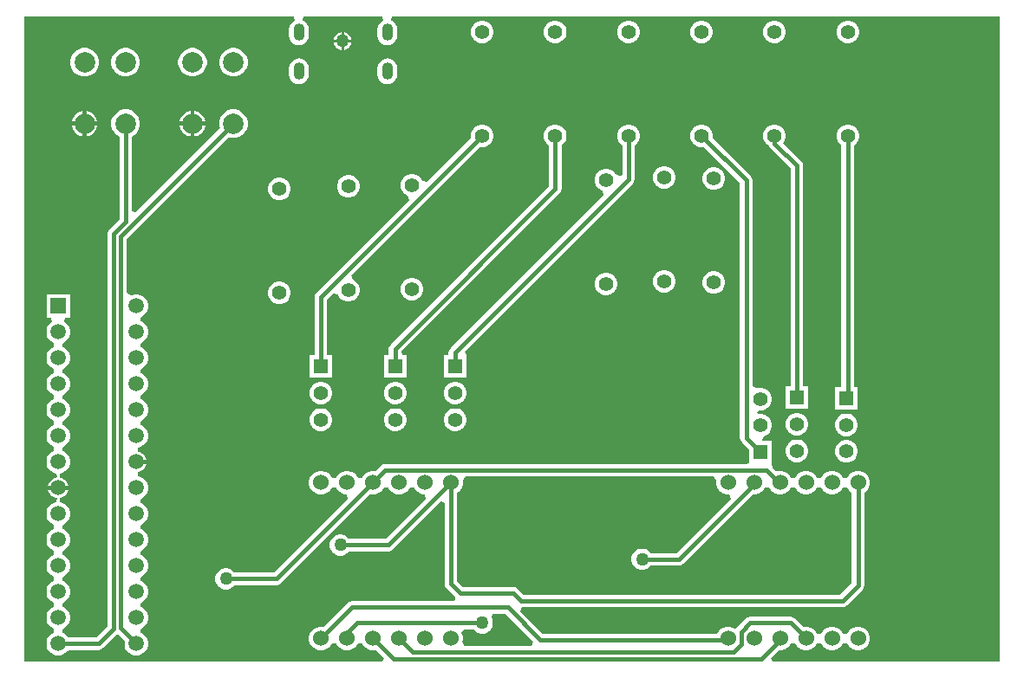
<source format=gbl>
G04*
G04 #@! TF.GenerationSoftware,Altium Limited,Altium Designer,24.10.1 (45)*
G04*
G04 Layer_Physical_Order=2*
G04 Layer_Color=16711680*
%FSLAX44Y44*%
%MOMM*%
G71*
G04*
G04 #@! TF.SameCoordinates,C5BE6EB9-D647-4441-8654-D56C766D6CB2*
G04*
G04*
G04 #@! TF.FilePolarity,Positive*
G04*
G01*
G75*
G04:AMPARAMS|DCode=19|XSize=1.1mm|YSize=1.7mm|CornerRadius=0.55mm|HoleSize=0mm|Usage=FLASHONLY|Rotation=180.000|XOffset=0mm|YOffset=0mm|HoleType=Round|Shape=RoundedRectangle|*
%AMROUNDEDRECTD19*
21,1,1.1000,0.6000,0,0,180.0*
21,1,0.0000,1.7000,0,0,180.0*
1,1,1.1000,0.0000,0.3000*
1,1,1.1000,0.0000,0.3000*
1,1,1.1000,0.0000,-0.3000*
1,1,1.1000,0.0000,-0.3000*
%
%ADD19ROUNDEDRECTD19*%
%ADD26C,0.4000*%
%ADD27C,1.5240*%
%ADD28C,2.0000*%
%ADD29C,1.5000*%
%ADD30R,1.5000X1.5000*%
%ADD31C,1.4000*%
%ADD32R,1.4000X1.4000*%
%ADD33C,1.2700*%
G36*
X1371600Y259080D02*
X1149258D01*
X1147727Y262775D01*
X1155307Y270356D01*
X1155440Y270320D01*
X1158500D01*
X1161455Y271112D01*
X1164105Y272642D01*
X1166268Y274805D01*
X1167527Y276985D01*
X1169670Y277258D01*
X1171813Y276985D01*
X1173072Y274805D01*
X1175235Y272642D01*
X1177885Y271112D01*
X1180840Y270320D01*
X1183900D01*
X1186855Y271112D01*
X1189505Y272642D01*
X1191668Y274805D01*
X1192927Y276985D01*
X1195070Y277258D01*
X1197213Y276985D01*
X1198472Y274805D01*
X1200635Y272642D01*
X1203285Y271112D01*
X1206240Y270320D01*
X1209300D01*
X1212255Y271112D01*
X1214905Y272642D01*
X1217068Y274805D01*
X1218327Y276985D01*
X1220470Y277258D01*
X1222613Y276985D01*
X1223872Y274805D01*
X1226035Y272642D01*
X1228685Y271112D01*
X1231640Y270320D01*
X1234700D01*
X1237655Y271112D01*
X1240305Y272642D01*
X1242468Y274805D01*
X1243998Y277455D01*
X1244790Y280410D01*
Y283470D01*
X1243998Y286425D01*
X1242468Y289075D01*
X1240305Y291238D01*
X1237655Y292768D01*
X1234700Y293560D01*
X1231640D01*
X1228685Y292768D01*
X1226035Y291238D01*
X1223872Y289075D01*
X1222613Y286895D01*
X1220470Y286622D01*
X1218327Y286895D01*
X1217068Y289075D01*
X1214905Y291238D01*
X1212255Y292768D01*
X1209300Y293560D01*
X1206240D01*
X1203285Y292768D01*
X1200635Y291238D01*
X1198472Y289075D01*
X1197213Y286895D01*
X1195070Y286622D01*
X1192927Y286895D01*
X1191668Y289075D01*
X1189505Y291238D01*
X1186855Y292768D01*
X1183900Y293560D01*
X1180840D01*
X1179706Y293256D01*
X1171456Y301506D01*
X1169471Y302832D01*
X1167130Y303298D01*
X1127760D01*
X1125419Y302832D01*
X1123434Y301506D01*
X1114544Y292616D01*
X1114375Y292363D01*
X1113305Y291238D01*
X1110655Y292768D01*
X1107700Y293560D01*
X1104640D01*
X1101685Y292768D01*
X1099035Y291238D01*
X1096872Y289075D01*
X1095551Y286787D01*
X925325D01*
X903364Y308748D01*
X903767Y310545D01*
X905117Y312652D01*
X1217930D01*
X1220271Y313118D01*
X1222256Y314444D01*
X1237496Y329684D01*
X1238822Y331669D01*
X1239287Y334010D01*
Y424454D01*
X1240305Y425042D01*
X1242468Y427205D01*
X1243998Y429855D01*
X1244790Y432810D01*
Y435870D01*
X1243998Y438825D01*
X1242468Y441475D01*
X1240305Y443638D01*
X1237655Y445168D01*
X1234700Y445960D01*
X1231640D01*
X1228685Y445168D01*
X1226035Y443638D01*
X1223872Y441475D01*
X1222613Y439295D01*
X1220470Y439022D01*
X1218327Y439295D01*
X1217068Y441475D01*
X1214905Y443638D01*
X1212255Y445168D01*
X1209300Y445960D01*
X1206240D01*
X1203285Y445168D01*
X1200635Y443638D01*
X1198472Y441475D01*
X1197213Y439295D01*
X1195070Y439022D01*
X1192927Y439295D01*
X1191668Y441475D01*
X1189505Y443638D01*
X1186855Y445168D01*
X1183900Y445960D01*
X1180840D01*
X1177885Y445168D01*
X1175235Y443638D01*
X1173072Y441475D01*
X1171813Y439295D01*
X1169670Y439022D01*
X1167527Y439295D01*
X1166268Y441475D01*
X1164105Y443638D01*
X1161455Y445168D01*
X1158500Y445960D01*
X1155440D01*
X1153304Y445388D01*
X1149310Y449381D01*
X1148920Y453220D01*
X1148920Y454932D01*
Y475220D01*
X1139540D01*
X1139470Y475262D01*
X1139360Y475845D01*
X1141457Y479780D01*
X1142166Y479970D01*
X1144674Y481418D01*
X1146722Y483466D01*
X1148170Y485974D01*
X1148920Y488772D01*
Y491668D01*
X1148170Y494466D01*
X1146722Y496974D01*
X1144674Y499022D01*
X1142166Y500470D01*
X1139368Y501220D01*
X1136472D01*
X1134499Y503220D01*
X1135822Y504561D01*
X1137241Y505220D01*
X1139368D01*
X1142166Y505970D01*
X1144674Y507418D01*
X1146722Y509466D01*
X1148170Y511974D01*
X1148920Y514772D01*
Y517668D01*
X1148170Y520466D01*
X1146722Y522974D01*
X1144674Y525022D01*
X1142166Y526470D01*
X1139368Y527220D01*
X1136472D01*
X1134068Y526576D01*
X1133304Y526731D01*
X1130068Y529007D01*
Y729742D01*
X1129602Y732083D01*
X1128276Y734068D01*
X1091072Y771272D01*
X1091262Y771982D01*
Y774878D01*
X1090512Y777676D01*
X1089064Y780184D01*
X1087016Y782232D01*
X1084508Y783680D01*
X1081710Y784430D01*
X1078814D01*
X1076016Y783680D01*
X1073508Y782232D01*
X1071460Y780184D01*
X1070012Y777676D01*
X1069262Y774878D01*
Y771982D01*
X1070012Y769184D01*
X1071460Y766676D01*
X1073508Y764628D01*
X1076016Y763180D01*
X1078814Y762430D01*
X1081710D01*
X1082420Y762620D01*
X1117832Y727208D01*
Y478190D01*
X1118298Y475849D01*
X1119624Y473864D01*
X1126920Y466568D01*
X1126920Y453220D01*
X1123170Y452617D01*
X771620D01*
X769279Y452152D01*
X767294Y450826D01*
X762124Y445656D01*
X760990Y445960D01*
X757930D01*
X754975Y445168D01*
X752325Y443638D01*
X750162Y441475D01*
X748903Y439295D01*
X746760Y439022D01*
X744617Y439295D01*
X743358Y441475D01*
X741195Y443638D01*
X738545Y445168D01*
X735590Y445960D01*
X732530D01*
X729575Y445168D01*
X726925Y443638D01*
X724762Y441475D01*
X723503Y439295D01*
X721360Y439022D01*
X719217Y439295D01*
X717958Y441475D01*
X715795Y443638D01*
X713145Y445168D01*
X710190Y445960D01*
X707130D01*
X704175Y445168D01*
X701525Y443638D01*
X699362Y441475D01*
X697832Y438825D01*
X697040Y435870D01*
Y432810D01*
X697832Y429855D01*
X699362Y427205D01*
X701525Y425042D01*
X704175Y423512D01*
X707130Y422720D01*
X710190D01*
X713145Y423512D01*
X715795Y425042D01*
X717958Y427205D01*
X719217Y429385D01*
X721360Y429658D01*
X723503Y429385D01*
X724762Y427205D01*
X726925Y425042D01*
X729575Y423512D01*
X732530Y422720D01*
X733532D01*
X735189Y418720D01*
X662946Y346478D01*
X624369D01*
X624232Y346715D01*
X622305Y348642D01*
X619945Y350005D01*
X617313Y350710D01*
X614587D01*
X611955Y350005D01*
X609595Y348642D01*
X607668Y346715D01*
X606305Y344355D01*
X605600Y341723D01*
Y338997D01*
X606305Y336365D01*
X607668Y334005D01*
X609595Y332078D01*
X611955Y330715D01*
X614587Y330010D01*
X617313D01*
X619945Y330715D01*
X622305Y332078D01*
X624232Y334005D01*
X624369Y334243D01*
X665480D01*
X667821Y334708D01*
X669806Y336034D01*
X756796Y423024D01*
X757930Y422720D01*
X760990D01*
X763945Y423512D01*
X766595Y425042D01*
X768758Y427205D01*
X770017Y429385D01*
X772160Y429658D01*
X774303Y429385D01*
X775562Y427205D01*
X777725Y425042D01*
X780375Y423512D01*
X783330Y422720D01*
X786390D01*
X789345Y423512D01*
X791995Y425042D01*
X794158Y427205D01*
X795417Y429385D01*
X797560Y429658D01*
X799703Y429385D01*
X800962Y427205D01*
X803125Y425042D01*
X805775Y423512D01*
X808730Y422720D01*
X809732D01*
X811388Y418720D01*
X772166Y379497D01*
X736129D01*
X735992Y379735D01*
X734065Y381662D01*
X731705Y383025D01*
X729073Y383730D01*
X726347D01*
X723715Y383025D01*
X721355Y381662D01*
X719428Y379735D01*
X718065Y377375D01*
X717360Y374743D01*
Y372017D01*
X718065Y369385D01*
X719428Y367025D01*
X721355Y365098D01*
X723715Y363735D01*
X726347Y363030D01*
X729073D01*
X731705Y363735D01*
X734065Y365098D01*
X735992Y367025D01*
X736129Y367262D01*
X774700D01*
X777041Y367728D01*
X779026Y369054D01*
X825847Y415875D01*
X829542Y414345D01*
Y335280D01*
X830008Y332939D01*
X831334Y330954D01*
X839751Y322537D01*
X839427Y320601D01*
X838303Y318538D01*
X739140D01*
X736799Y318072D01*
X734814Y316746D01*
X711324Y293256D01*
X710190Y293560D01*
X707130D01*
X704175Y292768D01*
X701525Y291238D01*
X699362Y289075D01*
X697832Y286425D01*
X697040Y283470D01*
Y280410D01*
X697832Y277455D01*
X699362Y274805D01*
X701525Y272642D01*
X704175Y271112D01*
X707130Y270320D01*
X710190D01*
X713145Y271112D01*
X715795Y272642D01*
X717958Y274805D01*
X719217Y276985D01*
X721360Y277258D01*
X723503Y276985D01*
X724762Y274805D01*
X726925Y272642D01*
X729575Y271112D01*
X732530Y270320D01*
X735590D01*
X738545Y271112D01*
X741195Y272642D01*
X743358Y274805D01*
X744617Y276985D01*
X746760Y277258D01*
X748903Y276985D01*
X750162Y274805D01*
X752325Y272642D01*
X754975Y271112D01*
X757930Y270320D01*
X760990D01*
X762124Y270624D01*
X769973Y262775D01*
X768442Y259080D01*
X419100D01*
Y890270D01*
X682491D01*
X683287Y886270D01*
X682259Y885844D01*
X680275Y884321D01*
X678752Y882337D01*
X677795Y880026D01*
X677468Y877546D01*
Y871546D01*
X677795Y869066D01*
X678752Y866755D01*
X680275Y864771D01*
X682259Y863248D01*
X684570Y862291D01*
X687050Y861964D01*
X689530Y862291D01*
X691841Y863248D01*
X693826Y864771D01*
X695348Y866755D01*
X696305Y869066D01*
X696632Y871546D01*
Y877546D01*
X696305Y880026D01*
X695348Y882337D01*
X693826Y884321D01*
X691841Y885844D01*
X690813Y886270D01*
X691609Y890270D01*
X768891D01*
X769687Y886270D01*
X768659Y885844D01*
X766674Y884321D01*
X765152Y882337D01*
X764194Y880026D01*
X763868Y877546D01*
Y871546D01*
X764194Y869066D01*
X765152Y866755D01*
X766674Y864771D01*
X768659Y863248D01*
X770970Y862291D01*
X773450Y861964D01*
X775930Y862291D01*
X778241Y863248D01*
X780225Y864771D01*
X781748Y866755D01*
X782705Y869066D01*
X783032Y871546D01*
Y877546D01*
X782705Y880026D01*
X781748Y882337D01*
X780225Y884321D01*
X778241Y885844D01*
X777213Y886270D01*
X778009Y890270D01*
X1371600D01*
Y259080D01*
D02*
G37*
G36*
X1094687Y436382D02*
X1094550Y435870D01*
Y432810D01*
X1095342Y429855D01*
X1096872Y427205D01*
X1099035Y425042D01*
X1101685Y423512D01*
X1104640Y422720D01*
X1106912D01*
X1108203Y420796D01*
X1108708Y418860D01*
X1055376Y365527D01*
X1030769D01*
X1030632Y365765D01*
X1028705Y367692D01*
X1026345Y369055D01*
X1023713Y369760D01*
X1020987D01*
X1018355Y369055D01*
X1015995Y367692D01*
X1014068Y365765D01*
X1012705Y363405D01*
X1012000Y360773D01*
Y358047D01*
X1012705Y355415D01*
X1014068Y353055D01*
X1015995Y351128D01*
X1018355Y349765D01*
X1020987Y349060D01*
X1023713D01*
X1026345Y349765D01*
X1028705Y351128D01*
X1030632Y353055D01*
X1030769Y353293D01*
X1057910D01*
X1060251Y353758D01*
X1062236Y355084D01*
X1129907Y422756D01*
X1130040Y422720D01*
X1133100D01*
X1136055Y423512D01*
X1138705Y425042D01*
X1140868Y427205D01*
X1142127Y429385D01*
X1144270Y429658D01*
X1146413Y429385D01*
X1147672Y427205D01*
X1149835Y425042D01*
X1152485Y423512D01*
X1155440Y422720D01*
X1158500D01*
X1161455Y423512D01*
X1164105Y425042D01*
X1166268Y427205D01*
X1167527Y429385D01*
X1169670Y429658D01*
X1171813Y429385D01*
X1173072Y427205D01*
X1175235Y425042D01*
X1177885Y423512D01*
X1180840Y422720D01*
X1183900D01*
X1186855Y423512D01*
X1189505Y425042D01*
X1191668Y427205D01*
X1192927Y429385D01*
X1195070Y429658D01*
X1197213Y429385D01*
X1198472Y427205D01*
X1200635Y425042D01*
X1203285Y423512D01*
X1206240Y422720D01*
X1209300D01*
X1212255Y423512D01*
X1214905Y425042D01*
X1217068Y427205D01*
X1218327Y429385D01*
X1220470Y429658D01*
X1222613Y429385D01*
X1223872Y427205D01*
X1226035Y425042D01*
X1227053Y424454D01*
Y336544D01*
X1215396Y324888D01*
X906774D01*
X900946Y330716D01*
X898961Y332042D01*
X896620Y332508D01*
X847084D01*
X841777Y337814D01*
Y424454D01*
X842795Y425042D01*
X844958Y427205D01*
X846488Y429855D01*
X847280Y432810D01*
Y435870D01*
X847143Y436382D01*
X849951Y440382D01*
X1091879D01*
X1094687Y436382D01*
D02*
G37*
G36*
X916182Y278627D02*
X914525Y274627D01*
X849475D01*
X848449Y275599D01*
X846802Y278628D01*
X847280Y280410D01*
Y283470D01*
X846488Y286425D01*
X846120Y287062D01*
X848430Y291063D01*
X857721D01*
X857858Y290825D01*
X859785Y288898D01*
X862145Y287535D01*
X864777Y286830D01*
X867503D01*
X870135Y287535D01*
X872495Y288898D01*
X874422Y290825D01*
X875785Y293185D01*
X876490Y295817D01*
Y298543D01*
X875785Y301175D01*
X875134Y302302D01*
X876598Y305645D01*
X877276Y306303D01*
X888507D01*
X916182Y278627D01*
D02*
G37*
%LPC*%
G36*
X731009Y875003D02*
Y867410D01*
X738602D01*
X738023Y869571D01*
X736853Y871599D01*
X735198Y873254D01*
X733170Y874424D01*
X731009Y875003D01*
D02*
G37*
G36*
X728469D02*
X726308Y874424D01*
X724280Y873254D01*
X722625Y871599D01*
X721455Y869571D01*
X720876Y867410D01*
X728469D01*
Y875003D01*
D02*
G37*
G36*
X1224458Y886030D02*
X1221562D01*
X1218764Y885280D01*
X1216256Y883832D01*
X1214208Y881784D01*
X1212759Y879276D01*
X1212010Y876478D01*
Y873582D01*
X1212759Y870784D01*
X1214208Y868276D01*
X1216256Y866228D01*
X1218764Y864780D01*
X1221562Y864030D01*
X1224458D01*
X1227256Y864780D01*
X1229764Y866228D01*
X1231812Y868276D01*
X1233260Y870784D01*
X1234010Y873582D01*
Y876478D01*
X1233260Y879276D01*
X1231812Y881784D01*
X1229764Y883832D01*
X1227256Y885280D01*
X1224458Y886030D01*
D02*
G37*
G36*
X1153084D02*
X1150188D01*
X1147390Y885280D01*
X1144882Y883832D01*
X1142834Y881784D01*
X1141386Y879276D01*
X1140636Y876478D01*
Y873582D01*
X1141386Y870784D01*
X1142834Y868276D01*
X1144882Y866228D01*
X1147390Y864780D01*
X1150188Y864030D01*
X1153084D01*
X1155882Y864780D01*
X1158390Y866228D01*
X1160438Y868276D01*
X1161886Y870784D01*
X1162636Y873582D01*
Y876478D01*
X1161886Y879276D01*
X1160438Y881784D01*
X1158390Y883832D01*
X1155882Y885280D01*
X1153084Y886030D01*
D02*
G37*
G36*
X1081710D02*
X1078814D01*
X1076016Y885280D01*
X1073508Y883832D01*
X1071460Y881784D01*
X1070012Y879276D01*
X1069262Y876478D01*
Y873582D01*
X1070012Y870784D01*
X1071460Y868276D01*
X1073508Y866228D01*
X1076016Y864780D01*
X1078814Y864030D01*
X1081710D01*
X1084508Y864780D01*
X1087016Y866228D01*
X1089064Y868276D01*
X1090512Y870784D01*
X1091262Y873582D01*
Y876478D01*
X1090512Y879276D01*
X1089064Y881784D01*
X1087016Y883832D01*
X1084508Y885280D01*
X1081710Y886030D01*
D02*
G37*
G36*
X1010336D02*
X1007440D01*
X1004642Y885280D01*
X1002134Y883832D01*
X1000086Y881784D01*
X998638Y879276D01*
X997888Y876478D01*
Y873582D01*
X998638Y870784D01*
X1000086Y868276D01*
X1002134Y866228D01*
X1004642Y864780D01*
X1007440Y864030D01*
X1010336D01*
X1013134Y864780D01*
X1015642Y866228D01*
X1017690Y868276D01*
X1019138Y870784D01*
X1019888Y873582D01*
Y876478D01*
X1019138Y879276D01*
X1017690Y881784D01*
X1015642Y883832D01*
X1013134Y885280D01*
X1010336Y886030D01*
D02*
G37*
G36*
X938962D02*
X936066D01*
X933268Y885280D01*
X930760Y883832D01*
X928712Y881784D01*
X927264Y879276D01*
X926514Y876478D01*
Y873582D01*
X927264Y870784D01*
X928712Y868276D01*
X930760Y866228D01*
X933268Y864780D01*
X936066Y864030D01*
X938962D01*
X941760Y864780D01*
X944268Y866228D01*
X946316Y868276D01*
X947764Y870784D01*
X948514Y873582D01*
Y876478D01*
X947764Y879276D01*
X946316Y881784D01*
X944268Y883832D01*
X941760Y885280D01*
X938962Y886030D01*
D02*
G37*
G36*
X867588D02*
X864692D01*
X861894Y885280D01*
X859386Y883832D01*
X857338Y881784D01*
X855890Y879276D01*
X855140Y876478D01*
Y873582D01*
X855890Y870784D01*
X857338Y868276D01*
X859386Y866228D01*
X861894Y864780D01*
X864692Y864030D01*
X867588D01*
X870386Y864780D01*
X872894Y866228D01*
X874942Y868276D01*
X876390Y870784D01*
X877140Y873582D01*
Y876478D01*
X876390Y879276D01*
X874942Y881784D01*
X872894Y883832D01*
X870386Y885280D01*
X867588Y886030D01*
D02*
G37*
G36*
X738602Y864870D02*
X731009D01*
Y857277D01*
X733170Y857856D01*
X735198Y859026D01*
X736853Y860681D01*
X738023Y862709D01*
X738602Y864870D01*
D02*
G37*
G36*
X728469D02*
X720876D01*
X721455Y862709D01*
X722625Y860681D01*
X724280Y859026D01*
X726308Y857856D01*
X728469Y857277D01*
Y864870D01*
D02*
G37*
G36*
X625093Y859340D02*
X621407D01*
X617846Y858386D01*
X614654Y856543D01*
X612047Y853936D01*
X610204Y850744D01*
X609250Y847183D01*
Y843497D01*
X610204Y839936D01*
X612047Y836744D01*
X614654Y834137D01*
X617846Y832294D01*
X621407Y831340D01*
X625093D01*
X628654Y832294D01*
X631846Y834137D01*
X634453Y836744D01*
X636296Y839936D01*
X637250Y843497D01*
Y847183D01*
X636296Y850744D01*
X634453Y853936D01*
X631846Y856543D01*
X628654Y858386D01*
X625093Y859340D01*
D02*
G37*
G36*
X585093D02*
X581407D01*
X577846Y858386D01*
X574654Y856543D01*
X572047Y853936D01*
X570204Y850744D01*
X569250Y847183D01*
Y843497D01*
X570204Y839936D01*
X572047Y836744D01*
X574654Y834137D01*
X577846Y832294D01*
X581407Y831340D01*
X585093D01*
X588654Y832294D01*
X591846Y834137D01*
X594453Y836744D01*
X596296Y839936D01*
X597250Y843497D01*
Y847183D01*
X596296Y850744D01*
X594453Y853936D01*
X591846Y856543D01*
X588654Y858386D01*
X585093Y859340D01*
D02*
G37*
G36*
X519683D02*
X515997D01*
X512436Y858386D01*
X509244Y856543D01*
X506637Y853936D01*
X504794Y850744D01*
X503840Y847183D01*
Y843497D01*
X504794Y839936D01*
X506637Y836744D01*
X509244Y834137D01*
X512436Y832294D01*
X515997Y831340D01*
X519683D01*
X523244Y832294D01*
X526436Y834137D01*
X529043Y836744D01*
X530886Y839936D01*
X531840Y843497D01*
Y847183D01*
X530886Y850744D01*
X529043Y853936D01*
X526436Y856543D01*
X523244Y858386D01*
X519683Y859340D01*
D02*
G37*
G36*
X479683D02*
X475997D01*
X472436Y858386D01*
X469244Y856543D01*
X466637Y853936D01*
X464794Y850744D01*
X463840Y847183D01*
Y843497D01*
X464794Y839936D01*
X466637Y836744D01*
X469244Y834137D01*
X472436Y832294D01*
X475997Y831340D01*
X479683D01*
X483244Y832294D01*
X486436Y834137D01*
X489043Y836744D01*
X490886Y839936D01*
X491840Y843497D01*
Y847183D01*
X490886Y850744D01*
X489043Y853936D01*
X486436Y856543D01*
X483244Y858386D01*
X479683Y859340D01*
D02*
G37*
G36*
X773450Y849128D02*
X770970Y848801D01*
X768659Y847844D01*
X766674Y846321D01*
X765152Y844337D01*
X764194Y842026D01*
X763868Y839546D01*
Y833546D01*
X764194Y831066D01*
X765152Y828755D01*
X766674Y826771D01*
X768659Y825248D01*
X770970Y824291D01*
X773450Y823964D01*
X775930Y824291D01*
X778241Y825248D01*
X780225Y826771D01*
X781748Y828755D01*
X782705Y831066D01*
X783032Y833546D01*
Y839546D01*
X782705Y842026D01*
X781748Y844337D01*
X780225Y846321D01*
X778241Y847844D01*
X775930Y848801D01*
X773450Y849128D01*
D02*
G37*
G36*
X687050D02*
X684570Y848801D01*
X682259Y847844D01*
X680275Y846321D01*
X678752Y844337D01*
X677795Y842026D01*
X677468Y839546D01*
Y833546D01*
X677795Y831066D01*
X678752Y828755D01*
X680275Y826771D01*
X682259Y825248D01*
X684570Y824291D01*
X687050Y823964D01*
X689530Y824291D01*
X691841Y825248D01*
X693826Y826771D01*
X695348Y828755D01*
X696305Y831066D01*
X696632Y833546D01*
Y839546D01*
X696305Y842026D01*
X695348Y844337D01*
X693826Y846321D01*
X691841Y847844D01*
X689530Y848801D01*
X687050Y849128D01*
D02*
G37*
G36*
X585250Y797786D02*
Y787340D01*
X595696D01*
X594935Y790180D01*
X593284Y793040D01*
X590950Y795375D01*
X588090Y797025D01*
X585250Y797786D01*
D02*
G37*
G36*
X581250D02*
X578410Y797025D01*
X575550Y795375D01*
X573215Y793040D01*
X571565Y790180D01*
X570803Y787340D01*
X581250D01*
Y797786D01*
D02*
G37*
G36*
X479840D02*
Y787340D01*
X490286D01*
X489525Y790180D01*
X487874Y793040D01*
X485540Y795375D01*
X482680Y797025D01*
X479840Y797786D01*
D02*
G37*
G36*
X475840D02*
X473000Y797025D01*
X470140Y795375D01*
X467805Y793040D01*
X466155Y790180D01*
X465393Y787340D01*
X475840D01*
Y797786D01*
D02*
G37*
G36*
X595696Y783340D02*
X585250D01*
Y772894D01*
X588090Y773655D01*
X590950Y775305D01*
X593284Y777640D01*
X594935Y780500D01*
X595696Y783340D01*
D02*
G37*
G36*
X581250D02*
X570803D01*
X571565Y780500D01*
X573215Y777640D01*
X575550Y775305D01*
X578410Y773655D01*
X581250Y772894D01*
Y783340D01*
D02*
G37*
G36*
X490286D02*
X479840D01*
Y772894D01*
X482680Y773655D01*
X485540Y775305D01*
X487874Y777640D01*
X489525Y780500D01*
X490286Y783340D01*
D02*
G37*
G36*
X475840D02*
X465393D01*
X466155Y780500D01*
X467805Y777640D01*
X470140Y775305D01*
X473000Y773655D01*
X475840Y772894D01*
Y783340D01*
D02*
G37*
G36*
X867588Y784430D02*
X864692D01*
X861894Y783680D01*
X859386Y782232D01*
X857338Y780184D01*
X855890Y777676D01*
X855140Y774878D01*
Y771982D01*
X855330Y771272D01*
X812273Y728215D01*
X807812Y729410D01*
X807810Y729416D01*
X806362Y731924D01*
X804314Y733972D01*
X801806Y735420D01*
X799008Y736170D01*
X796112D01*
X793314Y735420D01*
X790806Y733972D01*
X788758Y731924D01*
X787310Y729416D01*
X786560Y726618D01*
Y723722D01*
X787310Y720924D01*
X788758Y718416D01*
X790806Y716368D01*
X793314Y714920D01*
X793320Y714918D01*
X794515Y710457D01*
X704334Y620276D01*
X703008Y618291D01*
X702542Y615950D01*
Y558970D01*
X697660D01*
Y536970D01*
X719660D01*
Y558970D01*
X714778D01*
Y613416D01*
X720617Y619255D01*
X725078Y618060D01*
X725080Y618054D01*
X726528Y615546D01*
X728576Y613498D01*
X731084Y612050D01*
X733882Y611300D01*
X736778D01*
X739576Y612050D01*
X742084Y613498D01*
X744132Y615546D01*
X745580Y618054D01*
X746330Y620852D01*
Y623748D01*
X745580Y626546D01*
X744132Y629054D01*
X742084Y631102D01*
X739576Y632550D01*
X739570Y632552D01*
X738375Y637013D01*
X863982Y762620D01*
X864692Y762430D01*
X867588D01*
X870386Y763180D01*
X872894Y764628D01*
X874942Y766676D01*
X876390Y769184D01*
X877140Y771982D01*
Y774878D01*
X876390Y777676D01*
X874942Y780184D01*
X872894Y782232D01*
X870386Y783680D01*
X867588Y784430D01*
D02*
G37*
G36*
X1010336D02*
X1007440D01*
X1004642Y783680D01*
X1002134Y782232D01*
X1000086Y780184D01*
X998638Y777676D01*
X997888Y774878D01*
Y771982D01*
X998638Y769184D01*
X1000086Y766676D01*
X1002134Y764628D01*
X1002770Y764260D01*
Y735887D01*
X1001139Y734653D01*
X1000059Y734612D01*
X996286Y735802D01*
X995592Y737004D01*
X993544Y739052D01*
X991036Y740500D01*
X988238Y741250D01*
X985342D01*
X982544Y740500D01*
X980036Y739052D01*
X977988Y737004D01*
X976540Y734496D01*
X975790Y731698D01*
Y728802D01*
X976540Y726004D01*
X977988Y723496D01*
X980036Y721448D01*
X982544Y720000D01*
X983551Y719730D01*
X984922Y715554D01*
X984908Y715430D01*
X835144Y565666D01*
X833818Y563681D01*
X833353Y561340D01*
Y558970D01*
X828470D01*
Y536970D01*
X850470D01*
Y558970D01*
X850470D01*
X849088Y562307D01*
X1013214Y726432D01*
X1014540Y728417D01*
X1015005Y730758D01*
Y764260D01*
X1015642Y764628D01*
X1017690Y766676D01*
X1019138Y769184D01*
X1019888Y771982D01*
Y774878D01*
X1019138Y777676D01*
X1017690Y780184D01*
X1015642Y782232D01*
X1013134Y783680D01*
X1010336Y784430D01*
D02*
G37*
G36*
X1045388Y743790D02*
X1042492D01*
X1039694Y743040D01*
X1037186Y741592D01*
X1035138Y739544D01*
X1033690Y737036D01*
X1032940Y734238D01*
Y731342D01*
X1033690Y728544D01*
X1035138Y726036D01*
X1037186Y723988D01*
X1039694Y722540D01*
X1042492Y721790D01*
X1045388D01*
X1048186Y722540D01*
X1050694Y723988D01*
X1052742Y726036D01*
X1054190Y728544D01*
X1054940Y731342D01*
Y734238D01*
X1054190Y737036D01*
X1052742Y739544D01*
X1050694Y741592D01*
X1048186Y743040D01*
X1045388Y743790D01*
D02*
G37*
G36*
X1093648Y742520D02*
X1090752D01*
X1087954Y741770D01*
X1085446Y740322D01*
X1083398Y738274D01*
X1081950Y735766D01*
X1081200Y732968D01*
Y730072D01*
X1081950Y727274D01*
X1083398Y724766D01*
X1085446Y722718D01*
X1087954Y721270D01*
X1090752Y720520D01*
X1093648D01*
X1096446Y721270D01*
X1098954Y722718D01*
X1101002Y724766D01*
X1102450Y727274D01*
X1103200Y730072D01*
Y732968D01*
X1102450Y735766D01*
X1101002Y738274D01*
X1098954Y740322D01*
X1096446Y741770D01*
X1093648Y742520D01*
D02*
G37*
G36*
X736778Y734900D02*
X733882D01*
X731084Y734150D01*
X728576Y732702D01*
X726528Y730654D01*
X725080Y728146D01*
X724330Y725348D01*
Y722452D01*
X725080Y719654D01*
X726528Y717146D01*
X728576Y715098D01*
X731084Y713650D01*
X733882Y712900D01*
X736778D01*
X739576Y713650D01*
X742084Y715098D01*
X744132Y717146D01*
X745580Y719654D01*
X746330Y722452D01*
Y725348D01*
X745580Y728146D01*
X744132Y730654D01*
X742084Y732702D01*
X739576Y734150D01*
X736778Y734900D01*
D02*
G37*
G36*
X669468Y732360D02*
X666572D01*
X663774Y731610D01*
X661266Y730162D01*
X659218Y728114D01*
X657770Y725606D01*
X657020Y722808D01*
Y719912D01*
X657770Y717114D01*
X659218Y714606D01*
X661266Y712558D01*
X663774Y711110D01*
X666572Y710360D01*
X669468D01*
X672266Y711110D01*
X674774Y712558D01*
X676822Y714606D01*
X678270Y717114D01*
X679020Y719912D01*
Y722808D01*
X678270Y725606D01*
X676822Y728114D01*
X674774Y730162D01*
X672266Y731610D01*
X669468Y732360D01*
D02*
G37*
G36*
X625093Y799340D02*
X621407D01*
X617846Y798386D01*
X614654Y796543D01*
X612047Y793936D01*
X610204Y790744D01*
X609250Y787183D01*
Y783497D01*
X609991Y780732D01*
X527653Y698395D01*
X523958Y699925D01*
Y772706D01*
X526436Y774137D01*
X529043Y776744D01*
X530886Y779936D01*
X531840Y783497D01*
Y787183D01*
X530886Y790744D01*
X529043Y793936D01*
X526436Y796543D01*
X523244Y798386D01*
X519683Y799340D01*
X515997D01*
X512436Y798386D01*
X509244Y796543D01*
X506637Y793936D01*
X504794Y790744D01*
X503840Y787183D01*
Y783497D01*
X504794Y779936D01*
X506637Y776744D01*
X509244Y774137D01*
X511722Y772706D01*
Y691713D01*
X502214Y682205D01*
X500888Y680220D01*
X500423Y677879D01*
Y294444D01*
X488956Y282978D01*
X461867D01*
X461322Y283921D01*
X459181Y286062D01*
X456764Y287458D01*
X456559Y288458D01*
Y290662D01*
X456764Y291662D01*
X459181Y293058D01*
X461322Y295199D01*
X462836Y297821D01*
X463620Y300746D01*
Y303774D01*
X462836Y306699D01*
X461322Y309321D01*
X459181Y311462D01*
X456764Y312858D01*
X456559Y313858D01*
Y316062D01*
X456764Y317062D01*
X459181Y318458D01*
X461322Y320599D01*
X462836Y323221D01*
X463620Y326146D01*
Y329174D01*
X462836Y332099D01*
X461322Y334721D01*
X459181Y336862D01*
X456764Y338258D01*
X456559Y339258D01*
Y341462D01*
X456764Y342462D01*
X459181Y343858D01*
X461322Y345999D01*
X462836Y348621D01*
X463620Y351546D01*
Y354574D01*
X462836Y357499D01*
X461322Y360121D01*
X459181Y362262D01*
X456764Y363658D01*
X456559Y364658D01*
Y366862D01*
X456764Y367862D01*
X459181Y369258D01*
X461322Y371399D01*
X462836Y374021D01*
X463620Y376946D01*
Y379974D01*
X462836Y382899D01*
X461322Y385521D01*
X459181Y387662D01*
X456764Y389058D01*
X456559Y390058D01*
Y392262D01*
X456764Y393262D01*
X459181Y394658D01*
X461322Y396799D01*
X462836Y399421D01*
X463620Y402346D01*
Y405374D01*
X462836Y408299D01*
X461322Y410921D01*
X459181Y413062D01*
X456559Y414576D01*
X454576Y415108D01*
X453634Y415360D01*
X453442Y419220D01*
X455995Y419904D01*
X458285Y421226D01*
X460154Y423095D01*
X461476Y425385D01*
X461978Y427260D01*
X442262D01*
X442764Y425385D01*
X444086Y423095D01*
X445955Y421226D01*
X448245Y419904D01*
X449630Y419533D01*
X450798Y419220D01*
X450606Y415360D01*
X449664Y415108D01*
X447681Y414576D01*
X445059Y413062D01*
X442918Y410921D01*
X441404Y408299D01*
X440620Y405374D01*
Y402346D01*
X441404Y399421D01*
X442918Y396799D01*
X445059Y394658D01*
X447476Y393262D01*
X447681Y392262D01*
Y390058D01*
X447476Y389058D01*
X445059Y387662D01*
X442918Y385521D01*
X441404Y382899D01*
X440620Y379974D01*
Y376946D01*
X441404Y374021D01*
X442918Y371399D01*
X445059Y369258D01*
X447476Y367862D01*
X447681Y366862D01*
Y364658D01*
X447476Y363658D01*
X445059Y362262D01*
X442918Y360121D01*
X441404Y357499D01*
X440620Y354574D01*
Y351546D01*
X441404Y348621D01*
X442918Y345999D01*
X445059Y343858D01*
X447476Y342462D01*
X447681Y341462D01*
Y339258D01*
X447476Y338258D01*
X445059Y336862D01*
X442918Y334721D01*
X441404Y332099D01*
X440620Y329174D01*
Y326146D01*
X441404Y323221D01*
X442918Y320599D01*
X445059Y318458D01*
X447476Y317062D01*
X447681Y316062D01*
Y313858D01*
X447476Y312858D01*
X445059Y311462D01*
X442918Y309321D01*
X441404Y306699D01*
X440620Y303774D01*
Y300746D01*
X441404Y297821D01*
X442918Y295199D01*
X445059Y293058D01*
X447476Y291662D01*
X447681Y290662D01*
Y288458D01*
X447476Y287458D01*
X445059Y286062D01*
X442918Y283921D01*
X441404Y281299D01*
X440620Y278374D01*
Y275346D01*
X441404Y272421D01*
X442918Y269799D01*
X445059Y267658D01*
X447681Y266144D01*
X450606Y265360D01*
X453634D01*
X456559Y266144D01*
X459181Y267658D01*
X461322Y269799D01*
X461867Y270742D01*
X491490D01*
X493831Y271208D01*
X495816Y272534D01*
X509905Y286623D01*
X517102Y279426D01*
X516820Y278374D01*
Y275346D01*
X517604Y272421D01*
X519118Y269799D01*
X521259Y267658D01*
X523881Y266144D01*
X526806Y265360D01*
X529834D01*
X532759Y266144D01*
X535381Y267658D01*
X537522Y269799D01*
X539036Y272421D01*
X539820Y275346D01*
Y278374D01*
X539036Y281299D01*
X537522Y283921D01*
X535381Y286062D01*
X532964Y287458D01*
X532759Y288458D01*
Y290662D01*
X532964Y291662D01*
X535381Y293058D01*
X537522Y295199D01*
X539036Y297821D01*
X539820Y300746D01*
Y303774D01*
X539036Y306699D01*
X537522Y309321D01*
X535381Y311462D01*
X532964Y312858D01*
X532759Y313858D01*
Y316062D01*
X532964Y317062D01*
X535381Y318458D01*
X537522Y320599D01*
X539036Y323221D01*
X539820Y326146D01*
Y329174D01*
X539036Y332099D01*
X537522Y334721D01*
X535381Y336862D01*
X532964Y338258D01*
X532759Y339258D01*
Y341462D01*
X532964Y342462D01*
X535381Y343858D01*
X537522Y345999D01*
X539036Y348621D01*
X539820Y351546D01*
Y354574D01*
X539036Y357499D01*
X537522Y360121D01*
X535381Y362262D01*
X532964Y363658D01*
X532759Y364658D01*
Y366862D01*
X532964Y367862D01*
X535381Y369258D01*
X537522Y371399D01*
X539036Y374021D01*
X539820Y376946D01*
Y379974D01*
X539036Y382899D01*
X537522Y385521D01*
X535381Y387662D01*
X532964Y389058D01*
X532759Y390058D01*
Y392262D01*
X532964Y393262D01*
X535381Y394658D01*
X537522Y396799D01*
X539036Y399421D01*
X539820Y402346D01*
Y405374D01*
X539036Y408299D01*
X537522Y410921D01*
X535381Y413062D01*
X532964Y414458D01*
X532759Y415458D01*
Y417662D01*
X532964Y418662D01*
X535381Y420058D01*
X537522Y422199D01*
X539036Y424821D01*
X539820Y427746D01*
Y430774D01*
X539036Y433699D01*
X537522Y436321D01*
X535381Y438462D01*
X532759Y439976D01*
X530776Y440508D01*
X529834Y440760D01*
X529642Y444620D01*
X532195Y445304D01*
X534485Y446626D01*
X536354Y448495D01*
X537676Y450785D01*
X538178Y452660D01*
X528320D01*
Y456660D01*
X538178D01*
X537676Y458535D01*
X536354Y460825D01*
X534485Y462694D01*
X532195Y464016D01*
X530810Y464387D01*
X529642Y464700D01*
X529834Y468560D01*
X530776Y468812D01*
X532759Y469344D01*
X535381Y470858D01*
X537522Y472999D01*
X539036Y475621D01*
X539820Y478546D01*
Y481574D01*
X539036Y484499D01*
X537522Y487121D01*
X535381Y489262D01*
X532964Y490658D01*
X532759Y491658D01*
Y493862D01*
X532964Y494862D01*
X535381Y496258D01*
X537522Y498399D01*
X539036Y501021D01*
X539820Y503946D01*
Y506974D01*
X539036Y509899D01*
X537522Y512521D01*
X535381Y514662D01*
X532964Y516058D01*
X532759Y517058D01*
Y519262D01*
X532964Y520262D01*
X535381Y521658D01*
X537522Y523799D01*
X539036Y526421D01*
X539820Y529346D01*
Y532374D01*
X539036Y535299D01*
X537522Y537921D01*
X535381Y540062D01*
X532964Y541458D01*
X532759Y542458D01*
Y544662D01*
X532964Y545662D01*
X535381Y547058D01*
X537522Y549199D01*
X539036Y551821D01*
X539820Y554746D01*
Y557774D01*
X539036Y560699D01*
X537522Y563321D01*
X535381Y565462D01*
X532964Y566858D01*
X532759Y567858D01*
Y570062D01*
X532964Y571062D01*
X535381Y572458D01*
X537522Y574599D01*
X539036Y577221D01*
X539820Y580146D01*
Y583174D01*
X539036Y586099D01*
X537522Y588721D01*
X535381Y590862D01*
X532964Y592258D01*
X532759Y593258D01*
Y595462D01*
X532964Y596462D01*
X535381Y597858D01*
X537522Y599999D01*
X539036Y602621D01*
X539820Y605546D01*
Y608574D01*
X539036Y611499D01*
X537522Y614121D01*
X535381Y616262D01*
X532759Y617776D01*
X529834Y618560D01*
X526806D01*
X523881Y617776D01*
X523198Y617382D01*
X519198Y619646D01*
Y672636D01*
X618642Y772081D01*
X621407Y771340D01*
X625093D01*
X628654Y772294D01*
X631846Y774137D01*
X634453Y776744D01*
X636296Y779936D01*
X637250Y783497D01*
Y787183D01*
X636296Y790744D01*
X634453Y793936D01*
X631846Y796543D01*
X628654Y798386D01*
X625093Y799340D01*
D02*
G37*
G36*
X1045388Y642190D02*
X1042492D01*
X1039694Y641440D01*
X1037186Y639992D01*
X1035138Y637944D01*
X1033690Y635436D01*
X1032940Y632638D01*
Y629742D01*
X1033690Y626944D01*
X1035138Y624436D01*
X1037186Y622388D01*
X1039694Y620940D01*
X1042492Y620190D01*
X1045388D01*
X1048186Y620940D01*
X1050694Y622388D01*
X1052742Y624436D01*
X1054190Y626944D01*
X1054940Y629742D01*
Y632638D01*
X1054190Y635436D01*
X1052742Y637944D01*
X1050694Y639992D01*
X1048186Y641440D01*
X1045388Y642190D01*
D02*
G37*
G36*
X1093648Y640920D02*
X1090752D01*
X1087954Y640170D01*
X1085446Y638722D01*
X1083398Y636674D01*
X1081950Y634166D01*
X1081200Y631368D01*
Y628472D01*
X1081950Y625674D01*
X1083398Y623166D01*
X1085446Y621118D01*
X1087954Y619670D01*
X1090752Y618920D01*
X1093648D01*
X1096446Y619670D01*
X1098954Y621118D01*
X1101002Y623166D01*
X1102450Y625674D01*
X1103200Y628472D01*
Y631368D01*
X1102450Y634166D01*
X1101002Y636674D01*
X1098954Y638722D01*
X1096446Y640170D01*
X1093648Y640920D01*
D02*
G37*
G36*
X988238Y639650D02*
X985342D01*
X982544Y638900D01*
X980036Y637452D01*
X977988Y635404D01*
X976540Y632896D01*
X975790Y630098D01*
Y627202D01*
X976540Y624404D01*
X977988Y621896D01*
X980036Y619848D01*
X982544Y618400D01*
X985342Y617650D01*
X988238D01*
X991036Y618400D01*
X993544Y619848D01*
X995592Y621896D01*
X997040Y624404D01*
X997790Y627202D01*
Y630098D01*
X997040Y632896D01*
X995592Y635404D01*
X993544Y637452D01*
X991036Y638900D01*
X988238Y639650D01*
D02*
G37*
G36*
X799008Y634570D02*
X796112D01*
X793314Y633820D01*
X790806Y632372D01*
X788758Y630324D01*
X787310Y627816D01*
X786560Y625018D01*
Y622122D01*
X787310Y619324D01*
X788758Y616816D01*
X790806Y614768D01*
X793314Y613320D01*
X796112Y612570D01*
X799008D01*
X801806Y613320D01*
X804314Y614768D01*
X806362Y616816D01*
X807810Y619324D01*
X808560Y622122D01*
Y625018D01*
X807810Y627816D01*
X806362Y630324D01*
X804314Y632372D01*
X801806Y633820D01*
X799008Y634570D01*
D02*
G37*
G36*
X669468Y630760D02*
X666572D01*
X663774Y630010D01*
X661266Y628562D01*
X659218Y626514D01*
X657770Y624006D01*
X657020Y621208D01*
Y618312D01*
X657770Y615514D01*
X659218Y613006D01*
X661266Y610958D01*
X663774Y609510D01*
X666572Y608760D01*
X669468D01*
X672266Y609510D01*
X674774Y610958D01*
X676822Y613006D01*
X678270Y615514D01*
X679020Y618312D01*
Y621208D01*
X678270Y624006D01*
X676822Y626514D01*
X674774Y628562D01*
X672266Y630010D01*
X669468Y630760D01*
D02*
G37*
G36*
X938962Y784430D02*
X936066D01*
X933268Y783680D01*
X930760Y782232D01*
X928712Y780184D01*
X927264Y777676D01*
X926514Y774878D01*
Y771982D01*
X927264Y769184D01*
X928712Y766676D01*
X930760Y764628D01*
X931396Y764260D01*
Y724148D01*
X776724Y569476D01*
X775398Y567491D01*
X774932Y565150D01*
Y558970D01*
X770050D01*
Y536970D01*
X792050D01*
Y558970D01*
X788022D01*
X787522Y562970D01*
X941840Y717288D01*
X943166Y719273D01*
X943632Y721614D01*
Y764260D01*
X944268Y764628D01*
X946316Y766676D01*
X947764Y769184D01*
X948514Y771982D01*
Y774878D01*
X947764Y777676D01*
X946316Y780184D01*
X944268Y782232D01*
X941760Y783680D01*
X938962Y784430D01*
D02*
G37*
G36*
X840918Y532970D02*
X838022D01*
X835224Y532220D01*
X832716Y530772D01*
X830668Y528724D01*
X829220Y526216D01*
X828470Y523418D01*
Y520522D01*
X829220Y517724D01*
X830668Y515216D01*
X832716Y513168D01*
X835224Y511720D01*
X838022Y510970D01*
X840918D01*
X843716Y511720D01*
X846224Y513168D01*
X848272Y515216D01*
X849720Y517724D01*
X850470Y520522D01*
Y523418D01*
X849720Y526216D01*
X848272Y528724D01*
X846224Y530772D01*
X843716Y532220D01*
X840918Y532970D01*
D02*
G37*
G36*
X782498D02*
X779602D01*
X776804Y532220D01*
X774296Y530772D01*
X772248Y528724D01*
X770800Y526216D01*
X770050Y523418D01*
Y520522D01*
X770800Y517724D01*
X772248Y515216D01*
X774296Y513168D01*
X776804Y511720D01*
X779602Y510970D01*
X782498D01*
X785296Y511720D01*
X787804Y513168D01*
X789852Y515216D01*
X791300Y517724D01*
X792050Y520522D01*
Y523418D01*
X791300Y526216D01*
X789852Y528724D01*
X787804Y530772D01*
X785296Y532220D01*
X782498Y532970D01*
D02*
G37*
G36*
X710108D02*
X707212D01*
X704414Y532220D01*
X701906Y530772D01*
X699858Y528724D01*
X698410Y526216D01*
X697660Y523418D01*
Y520522D01*
X698410Y517724D01*
X699858Y515216D01*
X701906Y513168D01*
X704414Y511720D01*
X707212Y510970D01*
X710108D01*
X712906Y511720D01*
X715414Y513168D01*
X717462Y515216D01*
X718910Y517724D01*
X719660Y520522D01*
Y523418D01*
X718910Y526216D01*
X717462Y528724D01*
X715414Y530772D01*
X712906Y532220D01*
X710108Y532970D01*
D02*
G37*
G36*
X1153084Y784430D02*
X1150188D01*
X1147390Y783680D01*
X1144882Y782232D01*
X1142834Y780184D01*
X1141386Y777676D01*
X1140636Y774878D01*
Y771982D01*
X1141386Y769184D01*
X1142834Y766676D01*
X1144882Y764628D01*
X1145924Y764026D01*
X1145984Y763723D01*
X1147310Y761738D01*
X1167363Y741686D01*
Y528490D01*
X1162480D01*
Y506490D01*
X1184480D01*
Y528490D01*
X1179597D01*
Y744220D01*
X1179132Y746561D01*
X1177806Y748546D01*
X1160057Y766295D01*
X1160438Y766676D01*
X1161886Y769184D01*
X1162636Y771982D01*
Y774878D01*
X1161886Y777676D01*
X1160438Y780184D01*
X1158390Y782232D01*
X1155882Y783680D01*
X1153084Y784430D01*
D02*
G37*
G36*
X1224458D02*
X1221562D01*
X1218764Y783680D01*
X1216256Y782232D01*
X1214208Y780184D01*
X1212759Y777676D01*
X1212010Y774878D01*
Y771982D01*
X1212759Y769184D01*
X1214208Y766676D01*
X1216256Y764628D01*
X1216892Y764260D01*
Y527890D01*
X1210740D01*
Y505890D01*
X1232740D01*
Y527890D01*
X1229127D01*
Y764260D01*
X1229764Y764628D01*
X1231812Y766676D01*
X1233260Y769184D01*
X1234010Y771982D01*
Y774878D01*
X1233260Y777676D01*
X1231812Y780184D01*
X1229764Y782232D01*
X1227256Y783680D01*
X1224458Y784430D01*
D02*
G37*
G36*
X840918Y506970D02*
X838022D01*
X835224Y506220D01*
X832716Y504772D01*
X830668Y502724D01*
X829220Y500216D01*
X828470Y497418D01*
Y494522D01*
X829220Y491724D01*
X830668Y489216D01*
X832716Y487168D01*
X835224Y485720D01*
X838022Y484970D01*
X840918D01*
X843716Y485720D01*
X846224Y487168D01*
X848272Y489216D01*
X849720Y491724D01*
X850470Y494522D01*
Y497418D01*
X849720Y500216D01*
X848272Y502724D01*
X846224Y504772D01*
X843716Y506220D01*
X840918Y506970D01*
D02*
G37*
G36*
X782498D02*
X779602D01*
X776804Y506220D01*
X774296Y504772D01*
X772248Y502724D01*
X770800Y500216D01*
X770050Y497418D01*
Y494522D01*
X770800Y491724D01*
X772248Y489216D01*
X774296Y487168D01*
X776804Y485720D01*
X779602Y484970D01*
X782498D01*
X785296Y485720D01*
X787804Y487168D01*
X789852Y489216D01*
X791300Y491724D01*
X792050Y494522D01*
Y497418D01*
X791300Y500216D01*
X789852Y502724D01*
X787804Y504772D01*
X785296Y506220D01*
X782498Y506970D01*
D02*
G37*
G36*
X710108D02*
X707212D01*
X704414Y506220D01*
X701906Y504772D01*
X699858Y502724D01*
X698410Y500216D01*
X697660Y497418D01*
Y494522D01*
X698410Y491724D01*
X699858Y489216D01*
X701906Y487168D01*
X704414Y485720D01*
X707212Y484970D01*
X710108D01*
X712906Y485720D01*
X715414Y487168D01*
X717462Y489216D01*
X718910Y491724D01*
X719660Y494522D01*
Y497418D01*
X718910Y500216D01*
X717462Y502724D01*
X715414Y504772D01*
X712906Y506220D01*
X710108Y506970D01*
D02*
G37*
G36*
X1174928Y502490D02*
X1172032D01*
X1169234Y501740D01*
X1166726Y500292D01*
X1164678Y498244D01*
X1163230Y495736D01*
X1162480Y492938D01*
Y490042D01*
X1163230Y487244D01*
X1164678Y484736D01*
X1166726Y482688D01*
X1169234Y481240D01*
X1172032Y480490D01*
X1174928D01*
X1177726Y481240D01*
X1180234Y482688D01*
X1182282Y484736D01*
X1183730Y487244D01*
X1184480Y490042D01*
Y492938D01*
X1183730Y495736D01*
X1182282Y498244D01*
X1180234Y500292D01*
X1177726Y501740D01*
X1174928Y502490D01*
D02*
G37*
G36*
X1223188Y501890D02*
X1220292D01*
X1217494Y501140D01*
X1214986Y499692D01*
X1212938Y497644D01*
X1211490Y495136D01*
X1210740Y492338D01*
Y489442D01*
X1211490Y486644D01*
X1212938Y484136D01*
X1214986Y482088D01*
X1217494Y480640D01*
X1220292Y479890D01*
X1223188D01*
X1225986Y480640D01*
X1228494Y482088D01*
X1230542Y484136D01*
X1231990Y486644D01*
X1232740Y489442D01*
Y492338D01*
X1231990Y495136D01*
X1230542Y497644D01*
X1228494Y499692D01*
X1225986Y501140D01*
X1223188Y501890D01*
D02*
G37*
G36*
X1174928Y476490D02*
X1172032D01*
X1169234Y475740D01*
X1166726Y474292D01*
X1164678Y472244D01*
X1163230Y469736D01*
X1162480Y466938D01*
Y464042D01*
X1163230Y461244D01*
X1164678Y458736D01*
X1166726Y456688D01*
X1169234Y455240D01*
X1172032Y454490D01*
X1174928D01*
X1177726Y455240D01*
X1180234Y456688D01*
X1182282Y458736D01*
X1183730Y461244D01*
X1184480Y464042D01*
Y466938D01*
X1183730Y469736D01*
X1182282Y472244D01*
X1180234Y474292D01*
X1177726Y475740D01*
X1174928Y476490D01*
D02*
G37*
G36*
X1223188Y475890D02*
X1220292D01*
X1217494Y475140D01*
X1214986Y473692D01*
X1212938Y471644D01*
X1211490Y469136D01*
X1210740Y466338D01*
Y463442D01*
X1211490Y460644D01*
X1212938Y458136D01*
X1214986Y456088D01*
X1217494Y454640D01*
X1220292Y453890D01*
X1223188D01*
X1225986Y454640D01*
X1228494Y456088D01*
X1230542Y458136D01*
X1231990Y460644D01*
X1232740Y463442D01*
Y466338D01*
X1231990Y469136D01*
X1230542Y471644D01*
X1228494Y473692D01*
X1225986Y475140D01*
X1223188Y475890D01*
D02*
G37*
G36*
X463620Y618560D02*
X440620D01*
Y595560D01*
X445196D01*
X446267Y591560D01*
X445059Y590862D01*
X442918Y588721D01*
X441404Y586099D01*
X440620Y583174D01*
Y580146D01*
X441404Y577221D01*
X442918Y574599D01*
X445059Y572458D01*
X447476Y571062D01*
X447681Y570062D01*
Y567858D01*
X447476Y566858D01*
X445059Y565462D01*
X442918Y563321D01*
X441404Y560699D01*
X440620Y557774D01*
Y554746D01*
X441404Y551821D01*
X442918Y549199D01*
X445059Y547058D01*
X447476Y545662D01*
X447681Y544662D01*
Y542458D01*
X447476Y541458D01*
X445059Y540062D01*
X442918Y537921D01*
X441404Y535299D01*
X440620Y532374D01*
Y529346D01*
X441404Y526421D01*
X442918Y523799D01*
X445059Y521658D01*
X447476Y520262D01*
X447681Y519262D01*
Y517058D01*
X447476Y516058D01*
X445059Y514662D01*
X442918Y512521D01*
X441404Y509899D01*
X440620Y506974D01*
Y503946D01*
X441404Y501021D01*
X442918Y498399D01*
X445059Y496258D01*
X447476Y494862D01*
X447681Y493862D01*
Y491658D01*
X447476Y490658D01*
X445059Y489262D01*
X442918Y487121D01*
X441404Y484499D01*
X440620Y481574D01*
Y478546D01*
X441404Y475621D01*
X442918Y472999D01*
X445059Y470858D01*
X447476Y469462D01*
X447681Y468462D01*
Y466258D01*
X447476Y465258D01*
X445059Y463862D01*
X442918Y461721D01*
X441404Y459099D01*
X440620Y456174D01*
Y453146D01*
X441404Y450221D01*
X442918Y447599D01*
X445059Y445458D01*
X447681Y443944D01*
X449664Y443412D01*
X450606Y443160D01*
X450798Y439300D01*
X448245Y438616D01*
X445955Y437294D01*
X444086Y435425D01*
X442764Y433135D01*
X442262Y431260D01*
X461978D01*
X461476Y433135D01*
X460154Y435425D01*
X458285Y437294D01*
X455995Y438616D01*
X454610Y438987D01*
X453442Y439300D01*
X453634Y443160D01*
X454576Y443412D01*
X456559Y443944D01*
X459181Y445458D01*
X461322Y447599D01*
X462836Y450221D01*
X463620Y453146D01*
Y456174D01*
X462836Y459099D01*
X461322Y461721D01*
X459181Y463862D01*
X456764Y465258D01*
X456559Y466258D01*
Y468462D01*
X456764Y469462D01*
X459181Y470858D01*
X461322Y472999D01*
X462836Y475621D01*
X463620Y478546D01*
Y481574D01*
X462836Y484499D01*
X461322Y487121D01*
X459181Y489262D01*
X456764Y490658D01*
X456559Y491658D01*
Y493862D01*
X456764Y494862D01*
X459181Y496258D01*
X461322Y498399D01*
X462836Y501021D01*
X463620Y503946D01*
Y506974D01*
X462836Y509899D01*
X461322Y512521D01*
X459181Y514662D01*
X456764Y516058D01*
X456559Y517058D01*
Y519262D01*
X456764Y520262D01*
X459181Y521658D01*
X461322Y523799D01*
X462836Y526421D01*
X463620Y529346D01*
Y532374D01*
X462836Y535299D01*
X461322Y537921D01*
X459181Y540062D01*
X456764Y541458D01*
X456559Y542458D01*
Y544662D01*
X456764Y545662D01*
X459181Y547058D01*
X461322Y549199D01*
X462836Y551821D01*
X463620Y554746D01*
Y557774D01*
X462836Y560699D01*
X461322Y563321D01*
X459181Y565462D01*
X456764Y566858D01*
X456559Y567858D01*
Y570062D01*
X456764Y571062D01*
X459181Y572458D01*
X461322Y574599D01*
X462836Y577221D01*
X463620Y580146D01*
Y583174D01*
X462836Y586099D01*
X461322Y588721D01*
X459181Y590862D01*
X457973Y591560D01*
X459044Y595560D01*
X463620D01*
Y618560D01*
D02*
G37*
%LPD*%
D19*
X687050Y874546D02*
D03*
X773450D02*
D03*
X687050Y836546D02*
D03*
X773450D02*
D03*
D26*
X1127760Y297180D02*
X1167130D01*
X1118870Y288290D02*
X1127760Y297180D01*
X1167130D02*
X1182370Y281940D01*
X1118870Y276173D02*
Y288290D01*
X491490Y276860D02*
X506540Y291910D01*
X517840Y689179D02*
Y785313D01*
X506540Y291910D02*
Y677879D01*
X517840Y689179D01*
X452120Y276860D02*
X491490D01*
X513080Y675170D02*
X623250Y785340D01*
X513080Y292100D02*
Y675170D01*
Y292100D02*
X528320Y276860D01*
X665480Y340360D02*
X771620Y446500D01*
X615950Y340360D02*
X665480D01*
X452120Y353060D02*
X455097D01*
X1151636Y766064D02*
Y773430D01*
X1223010Y516890D02*
X1223010Y516890D01*
X1223010Y516890D02*
Y773430D01*
X1151636Y766064D02*
X1173480Y744220D01*
Y517490D02*
Y744220D01*
X1080262Y773430D02*
X1123950Y729742D01*
Y478190D02*
Y729742D01*
Y478190D02*
X1137920Y464220D01*
X839470Y547970D02*
Y561340D01*
X1008888Y730758D01*
Y773430D01*
X781050Y547970D02*
Y565150D01*
X937514Y721614D02*
Y773430D01*
X781050Y565150D02*
X937514Y721614D01*
X708660Y547970D02*
Y615950D01*
X866140Y773430D01*
X727710Y373380D02*
X774700D01*
X835660Y434340D01*
X771620Y446500D02*
X1143540D01*
X1156970Y433070D01*
X1022350Y359410D02*
X1057910D01*
X1131570Y433070D01*
X835660Y335280D02*
Y434340D01*
X844550Y326390D02*
X896620D01*
X835660Y335280D02*
X844550Y326390D01*
X904240Y318770D02*
X1217930D01*
X896620Y326390D02*
X904240Y318770D01*
X1217930D02*
X1233170Y334010D01*
Y433070D01*
X452120Y429260D02*
X453390D01*
X450850Y554990D02*
X452120Y556260D01*
X528320Y505460D02*
X530860Y508000D01*
X744220Y297180D02*
X866140D01*
X736600Y289560D02*
X744220Y297180D01*
X779430Y261970D02*
X1138270D01*
X759460Y281940D02*
X779430Y261970D01*
X1138270D02*
X1156970Y280670D01*
X1111207Y268510D02*
X1118870Y276173D01*
X891041Y312420D02*
X922791Y280670D01*
X798290Y268510D02*
X1111207D01*
X922791Y280670D02*
X1106170D01*
X784860Y281940D02*
X798290Y268510D01*
X739140Y312420D02*
X891041D01*
X708660Y281940D02*
X739140Y312420D01*
D27*
X1233170Y434340D02*
D03*
X1207770D02*
D03*
X1182370D02*
D03*
X1156970D02*
D03*
X1131570D02*
D03*
X1106170D02*
D03*
X1233170Y281940D02*
D03*
X1207770D02*
D03*
X1182370D02*
D03*
X1156970D02*
D03*
X1131570D02*
D03*
X1106170D02*
D03*
X835660Y434340D02*
D03*
X810260D02*
D03*
X784860D02*
D03*
X759460D02*
D03*
X734060D02*
D03*
X708660D02*
D03*
X835660Y281940D02*
D03*
X810260D02*
D03*
X784860D02*
D03*
X759460D02*
D03*
X734060D02*
D03*
X708660D02*
D03*
D28*
X517840Y845340D02*
D03*
Y785340D02*
D03*
X477840D02*
D03*
Y845340D02*
D03*
X583250D02*
D03*
Y785340D02*
D03*
X623250D02*
D03*
Y845340D02*
D03*
D29*
X528320Y276860D02*
D03*
Y302260D02*
D03*
Y327660D02*
D03*
Y353060D02*
D03*
Y378460D02*
D03*
Y403860D02*
D03*
Y429260D02*
D03*
Y454660D02*
D03*
Y480060D02*
D03*
Y505460D02*
D03*
Y530860D02*
D03*
Y556260D02*
D03*
Y581660D02*
D03*
Y607060D02*
D03*
X452120Y276860D02*
D03*
Y302260D02*
D03*
Y327660D02*
D03*
Y353060D02*
D03*
Y378460D02*
D03*
Y403860D02*
D03*
Y429260D02*
D03*
Y454660D02*
D03*
Y480060D02*
D03*
Y505460D02*
D03*
Y530860D02*
D03*
Y556260D02*
D03*
Y581660D02*
D03*
D30*
Y607060D02*
D03*
D31*
X1223010Y875030D02*
D03*
Y773430D02*
D03*
X1221740Y464890D02*
D03*
Y490890D02*
D03*
X986790Y628650D02*
D03*
Y730250D02*
D03*
X1043940Y631190D02*
D03*
Y732790D02*
D03*
X1092200Y629920D02*
D03*
Y731520D02*
D03*
X668020Y619760D02*
D03*
Y721360D02*
D03*
X735330Y622300D02*
D03*
Y723900D02*
D03*
X797560Y623570D02*
D03*
Y725170D02*
D03*
X1008888Y773430D02*
D03*
Y875030D02*
D03*
X937514Y773430D02*
D03*
Y875030D02*
D03*
X866140Y773430D02*
D03*
Y875030D02*
D03*
X1151636Y773430D02*
D03*
Y875030D02*
D03*
X1080262Y773430D02*
D03*
Y875030D02*
D03*
X839470Y521970D02*
D03*
Y495970D02*
D03*
X781050Y521970D02*
D03*
Y495970D02*
D03*
X708660Y521970D02*
D03*
Y495970D02*
D03*
X1173480Y491490D02*
D03*
Y465490D02*
D03*
X1137920Y490220D02*
D03*
Y516220D02*
D03*
D32*
X1221740Y516890D02*
D03*
X839470Y547970D02*
D03*
X781050D02*
D03*
X708660D02*
D03*
X1173480Y517490D02*
D03*
X1137920Y464220D02*
D03*
D33*
X729739Y866140D02*
D03*
X615950Y340360D02*
D03*
X727710Y373380D02*
D03*
X1022350Y359410D02*
D03*
X866140Y297180D02*
D03*
M02*

</source>
